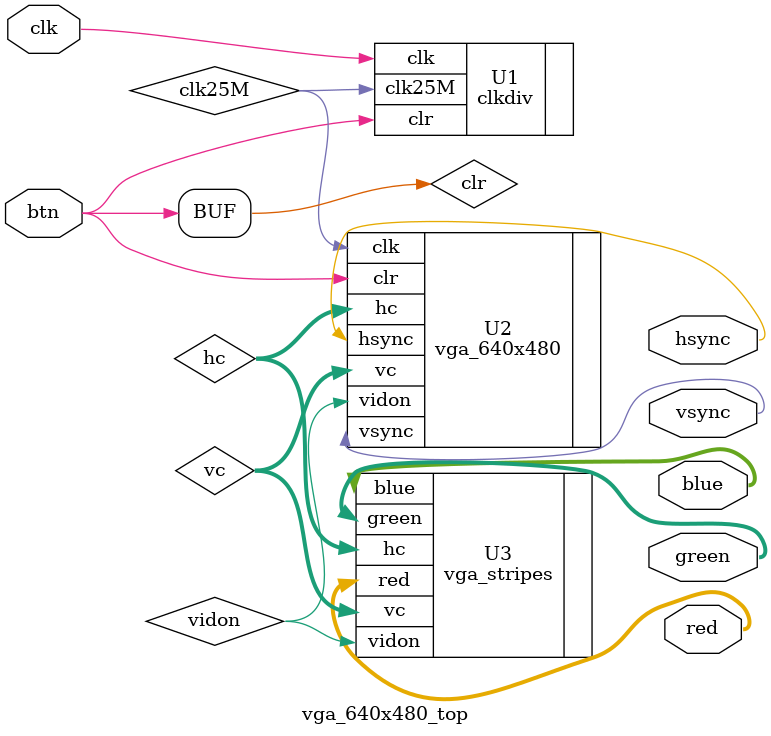
<source format=v>
`timescale 1ns / 1ps
module vga_640x480_top( hsync, vsync, red, green, blue, clk, btn
    );
	 
	 input clk, btn;
	 output hsync, vsync;
	 output [2:0] red, green;
	 output [1:0] blue;
	 
	 wire clk25M, clr, vidon;
	 wire [9:0] hc, vc;
	 
	 assign clr = btn;
	 
	 clkdiv U1(.clk25M(clk25M), .clk(clk), .clr(clr));
	 vga_640x480 U2(.hsync(hsync), .vsync(vsync), .hc(hc), .vc(vc), .vidon(vidon), .clk(clk25M), .clr(clr));
	 vga_stripes U3(.red(red), .green(green), .blue(blue), .hc(hc), .vc(vc), .vidon(vidon));


endmodule

</source>
